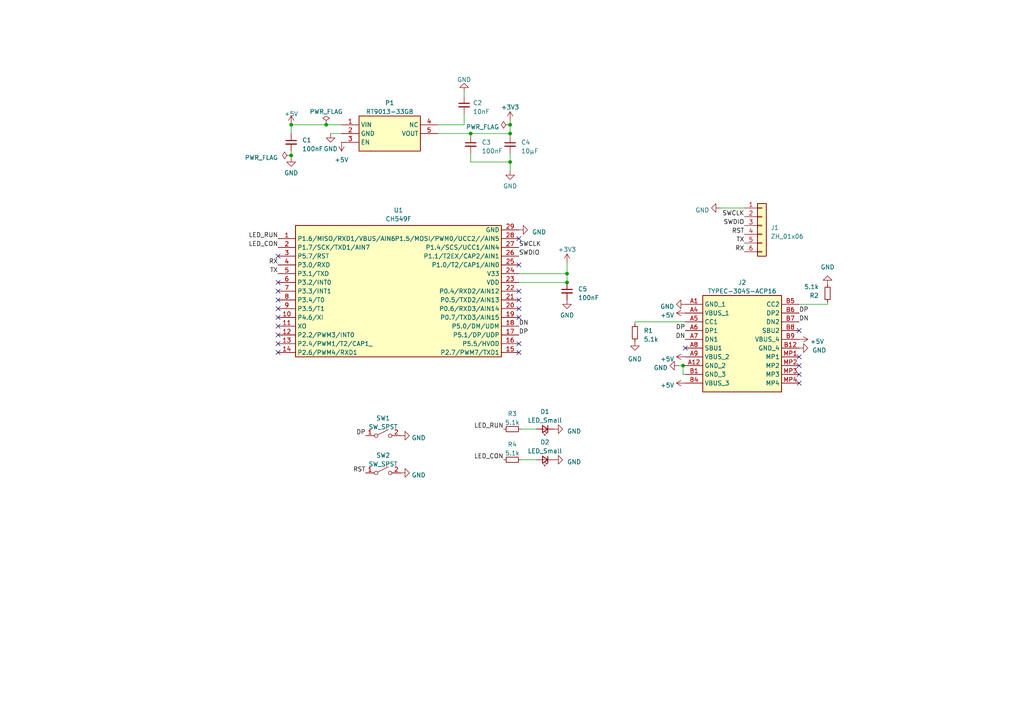
<source format=kicad_sch>
(kicad_sch (version 20230121) (generator eeschema)
  (paper "A4")
  (lib_symbols
    (symbol "Connector_Generic:Conn_01x06" (pin_names (offset 1.016) hide)
      (property "Reference" "J" (at 0 7.62 0))
      (property "Value" "Conn_01x06" (at 0 -10.16 0))
      (symbol "Conn_01x06_1_1"
        (rectangle (start -1.27 -7.493) (end 0 -7.747) (stroke (width 0.1524)))
        (rectangle (start -1.27 -4.953) (end 0 -5.207) (stroke (width 0.1524)))
        (rectangle (start -1.27 -2.413) (end 0 -2.667) (stroke (width 0.1524)))
        (rectangle (start -1.27 0.127) (end 0 -0.127) (stroke (width 0.1524)))
        (rectangle (start -1.27 2.667) (end 0 2.413) (stroke (width 0.1524)))
        (rectangle (start -1.27 5.207) (end 0 4.953) (stroke (width 0.1524)))
        (rectangle (start -1.27 6.35) (end 1.27 -8.89) (stroke (width 0.254)) (fill (type background)))
        (pin passive line (at -5.08 5.08 0) (length 3.81) (name "Pin_1") (number "1"))
        (pin passive line (at -5.08 2.54 0) (length 3.81) (name "Pin_2") (number "2"))
        (pin passive line (at -5.08 0 0) (length 3.81) (name "Pin_3") (number "3"))
        (pin passive line (at -5.08 -2.54 0) (length 3.81) (name "Pin_4") (number "4"))
        (pin passive line (at -5.08 -5.08 0) (length 3.81) (name "Pin_5") (number "5"))
        (pin passive line (at -5.08 -7.62 0) (length 3.81) (name "Pin_6") (number "6"))
      )
    )
    (symbol "Device:C_Small" (pin_numbers hide) (pin_names (offset 0.254) hide)
      (property "Reference" "C" (at 0.254 1.778 0))
      (property "Value" "C_Small" (at 0.254 -2.032 0))
      (symbol "C_Small_0_1"
        (polyline (pts (xy -1.524 -0.508) (xy 1.524 -0.508)) (stroke (width 0.3302)))
        (polyline (pts (xy -1.524 0.508) (xy 1.524 0.508)) (stroke (width 0.3048)))
      )
      (symbol "C_Small_1_1"
        (pin passive line (at 0 2.54 270) (length 2.032) (name "~") (number "1"))
        (pin passive line (at 0 -2.54 90) (length 2.032) (name "~") (number "2"))
      )
    )
    (symbol "Device:LED_Small" (pin_numbers hide) (pin_names (offset 0.254) hide)
      (property "Reference" "D" (at -1.27 3.175 0))
      (property "Value" "LED_Small" (at -4.445 -2.54 0))
      (symbol "LED_Small_0_1"
        (polyline (pts (xy -0.762 -1.016) (xy -0.762 1.016)) (stroke (width 0.254)))
        (polyline (pts (xy 1.016 0) (xy -0.762 0)))
        (polyline (pts (xy 0.762 -1.016) (xy -0.762 0) (xy 0.762 1.016) (xy 0.762 -1.016)) (stroke (width 0.254)))
        (polyline (pts (xy 0 0.762) (xy -0.508 1.27) (xy -0.254 1.27) (xy -0.508 1.27) (xy -0.508 1.016)))
        (polyline (pts (xy 0.508 1.27) (xy 0 1.778) (xy 0.254 1.778) (xy 0 1.778) (xy 0 1.524)))
      )
      (symbol "LED_Small_1_1"
        (pin passive line (at -2.54 0 0) (length 1.778) (name "K") (number "1"))
        (pin passive line (at 2.54 0 180) (length 1.778) (name "A") (number "2"))
      )
    )
    (symbol "Device:R_Small" (pin_numbers hide) (pin_names (offset 0.254) hide)
      (property "Reference" "R" (at 0.762 0.508 0))
      (property "Value" "R_Small" (at 0.762 -1.016 0))
      (symbol "R_Small_0_1"
        (rectangle (start -0.762 1.778) (end 0.762 -1.778) (stroke (width 0.2032)))
      )
      (symbol "R_Small_1_1"
        (pin passive line (at 0 2.54 270) (length 0.762) (name "~") (number "1"))
        (pin passive line (at 0 -2.54 90) (length 0.762) (name "~") (number "2"))
      )
    )
    (symbol "Switch:SW_SPST" (pin_names (offset 0) hide)
      (property "Reference" "SW" (at 0 3.175 0))
      (property "Value" "SW_SPST" (at 0 -2.54 0))
      (symbol "SW_SPST_0_0"
        (circle (center -2.032 0) (radius 0.508))
        (polyline (pts (xy -1.524 0.254) (xy 1.524 1.778)))
        (circle (center 2.032 0) (radius 0.508))
      )
      (symbol "SW_SPST_1_1"
        (pin passive line (at -5.08 0 0) (length 2.54) (name "A") (number "1"))
        (pin passive line (at 5.08 0 180) (length 2.54) (name "B") (number "2"))
      )
    )
    (symbol "Tenire:CH549F"
      (property "Reference" "U" (at 27.94 43.18 0))
      (property "Value" "CH549F" (at 27.94 40.64 0))
      (symbol "CH549F_1_1"
        (rectangle (start 0 39.37) (end 59.69 1.27) (stroke (width 0.254)) (fill (type background)))
        (pin passive line (at -5.08 35.56 0) (length 5.08) (name "P1.6/MISO/RXD1/VBUS/AIN6") (number "1"))
        (pin passive line (at -5.08 12.7 0) (length 5.08) (name "P4.6/XI") (number "10"))
        (pin passive line (at -5.08 10.16 0) (length 5.08) (name "XO") (number "11"))
        (pin passive line (at -5.08 7.62 0) (length 5.08) (name "P2.2/PWM3/INT0") (number "12"))
        (pin passive line (at -5.08 5.08 0) (length 5.08) (name "P2.4/PWM1/T2/CAP1_") (number "13"))
        (pin passive line (at -5.08 2.54 0) (length 5.08) (name "P2.6/PWM4/RXD1") (number "14"))
        (pin passive line (at 64.77 2.54 180) (length 5.08) (name "P2.7/PWM7/TXD1") (number "15"))
        (pin passive line (at 64.77 5.08 180) (length 5.08) (name "P5.5/HVOD") (number "16"))
        (pin passive line (at 64.77 7.62 180) (length 5.08) (name "P5.1/DP/UDP") (number "17"))
        (pin passive line (at 64.77 10.16 180) (length 5.08) (name "P5.0/DM/UDM") (number "18"))
        (pin passive line (at 64.77 12.7 180) (length 5.08) (name "P0.7/TXD3/AIN15") (number "19"))
        (pin passive line (at -5.08 33.02 0) (length 5.08) (name "P1.7/SCK/TXD1/AIN7") (number "2"))
        (pin passive line (at 64.77 15.24 180) (length 5.08) (name "P0.6/RXD3/AIN14") (number "20"))
        (pin passive line (at 64.77 17.78 180) (length 5.08) (name "P0.5/TXD2/AIN13") (number "21"))
        (pin passive line (at 64.77 20.32 180) (length 5.08) (name "P0.4/RXD2/AIN12") (number "22"))
        (pin passive line (at 64.77 22.86 180) (length 5.08) (name "VDD") (number "23"))
        (pin passive line (at 64.77 25.4 180) (length 5.08) (name "V33") (number "24"))
        (pin passive line (at 64.77 27.94 180) (length 5.08) (name "P1.0/T2/CAP1/AIN0") (number "25"))
        (pin passive line (at 64.77 30.48 180) (length 5.08) (name "P1.1/T2EX/CAP2/AIN1") (number "26"))
        (pin passive line (at 64.77 33.02 180) (length 5.08) (name "P1.4/SCS/UCC1/AIN4") (number "27"))
        (pin passive line (at 64.77 35.56 180) (length 5.08) (name "P1.5/MOSI/PWM0/UCC2//AIN5") (number "28"))
        (pin passive line (at 64.77 38.1 180) (length 5.08) (name "GND") (number "29"))
        (pin passive line (at -5.08 30.48 0) (length 5.08) (name "P5.7/RST") (number "3"))
        (pin passive line (at -5.08 27.94 0) (length 5.08) (name "P3.0/RXD") (number "4"))
        (pin passive line (at -5.08 25.4 0) (length 5.08) (name "P3.1/TXD") (number "5"))
        (pin passive line (at -5.08 22.86 0) (length 5.08) (name "P3.2/INT0") (number "6"))
        (pin passive line (at -5.08 20.32 0) (length 5.08) (name "P3.3/INT1") (number "7"))
        (pin passive line (at -5.08 17.78 0) (length 5.08) (name "P3.4/T0") (number "8"))
        (pin passive line (at -5.08 15.24 0) (length 5.08) (name "P3.5/T1") (number "9"))
      )
    )
    (symbol "Tenire:RT9013-33GB"
      (property "Reference" "P" (at 24.13 7.62 0))
      (property "Value" "RT9013-33GB" (at 24.13 5.08 0))
      (symbol "RT9013-33GB_1_1"
        (rectangle (start 5.08 2.54) (end 22.86 -7.62) (stroke (width 0.254)) (fill (type background)))
        (pin passive line (at 0 0 0) (length 5.08) (name "VIN") (number "1"))
        (pin passive line (at 0 -2.54 0) (length 5.08) (name "GND") (number "2"))
        (pin passive line (at 0 -5.08 0) (length 5.08) (name "EN") (number "3"))
        (pin bidirectional line (at 27.94 0 180) (length 5.08) (name "NC") (number "4"))
        (pin passive line (at 27.94 -2.54 180) (length 5.08) (name "VOUT") (number "5"))
      )
    )
    (symbol "Tenire:TYPEC-304S-ACP16"
      (property "Reference" "J" (at 29.21 7.62 0))
      (property "Value" "TYPEC-304S-ACP16" (at 29.21 5.08 0))
      (symbol "TYPEC-304S-ACP16_1_1"
        (rectangle (start 5.08 2.54) (end 27.94 -25.4) (stroke (width 0.254)) (fill (type background)))
        (pin passive line (at 0 0 0) (length 5.08) (name "GND_1") (number "A1"))
        (pin passive line (at 0 -17.78 0) (length 5.08) (name "GND_2") (number "A12"))
        (pin passive line (at 0 -2.54 0) (length 5.08) (name "VBUS_1") (number "A4"))
        (pin passive line (at 0 -5.08 0) (length 5.08) (name "CC1") (number "A5"))
        (pin passive line (at 0 -7.62 0) (length 5.08) (name "DP1") (number "A6"))
        (pin passive line (at 0 -10.16 0) (length 5.08) (name "DN1") (number "A7"))
        (pin passive line (at 0 -12.7 0) (length 5.08) (name "SBU1") (number "A8"))
        (pin passive line (at 0 -15.24 0) (length 5.08) (name "VBUS_2") (number "A9"))
        (pin passive line (at 0 -20.32 0) (length 5.08) (name "GND_3") (number "B1"))
        (pin passive line (at 33.02 -12.7 180) (length 5.08) (name "GND_4") (number "B12"))
        (pin passive line (at 0 -22.86 0) (length 5.08) (name "VBUS_3") (number "B4"))
        (pin passive line (at 33.02 0 180) (length 5.08) (name "CC2") (number "B5"))
        (pin passive line (at 33.02 -2.54 180) (length 5.08) (name "DP2") (number "B6"))
        (pin passive line (at 33.02 -5.08 180) (length 5.08) (name "DN2") (number "B7"))
        (pin passive line (at 33.02 -7.62 180) (length 5.08) (name "SBU2") (number "B8"))
        (pin passive line (at 33.02 -10.16 180) (length 5.08) (name "VBUS_4") (number "B9"))
        (pin passive line (at 33.02 -15.24 180) (length 5.08) (name "MP1") (number "MP1"))
        (pin passive line (at 33.02 -17.78 180) (length 5.08) (name "MP2") (number "MP2"))
        (pin passive line (at 33.02 -20.32 180) (length 5.08) (name "MP3") (number "MP3"))
        (pin passive line (at 33.02 -22.86 180) (length 5.08) (name "MP4") (number "MP4"))
      )
    )
    (symbol "power:+3V3" (power) (pin_names (offset 0))
      (property "Value" "+3V3" (at 0 3.556 0))
      (symbol "+3V3_0_1"
        (polyline (pts (xy -0.762 1.27) (xy 0 2.54)))
        (polyline (pts (xy 0 0) (xy 0 2.54)))
        (polyline (pts (xy 0 2.54) (xy 0.762 1.27)))
      )
      (symbol "+3V3_1_1"
        (pin power_in line (at 0 0 90) (length 0) hide (name "+3V3") (number "1"))
      )
    )
    (symbol "power:+5V" (power) (pin_names (offset 0))
      (property "Value" "+5V" (at 0 3.556 0))
      (symbol "+5V_0_1"
        (polyline (pts (xy -0.762 1.27) (xy 0 2.54)))
        (polyline (pts (xy 0 0) (xy 0 2.54)))
        (polyline (pts (xy 0 2.54) (xy 0.762 1.27)))
      )
      (symbol "+5V_1_1"
        (pin power_in line (at 0 0 90) (length 0) hide (name "+5V") (number "1"))
      )
    )
    (symbol "power:GND" (power) (pin_names (offset 0))
      (property "Value" "GND" (at 0 -3.81 0))
      (symbol "GND_0_1"
        (polyline (pts (xy 0 0) (xy 0 -1.27) (xy 1.27 -1.27) (xy 0 -2.54) (xy -1.27 -1.27) (xy 0 -1.27)))
      )
      (symbol "GND_1_1"
        (pin power_in line (at 0 0 270) (length 0) hide (name "GND") (number "1"))
      )
    )
    (symbol "power:PWR_FLAG" (power) (pin_numbers hide) (pin_names (offset 0) hide)
      (property "Value" "PWR_FLAG" (at 0 3.81 0))
      (symbol "PWR_FLAG_0_0"
        (pin power_out line (at 0 0 90) (length 0) (name "pwr") (number "1"))
      )
      (symbol "PWR_FLAG_0_1"
        (polyline (pts (xy 0 0) (xy 0 1.27) (xy -1.016 1.905) (xy 0 2.54) (xy 1.016 1.905) (xy 0 1.27)))
      )
    )
  )
  (junction (at 164.465 79.375))
  (junction (at 84.455 36.195))
  (junction (at 147.955 38.735))
  (junction (at 84.455 45.085))
  (junction (at 198.12 106.045))
  (junction (at 164.465 81.915))
  (junction (at 136.525 38.735))
  (junction (at 147.955 36.195))
  (junction (at 94.615 36.195))
  (junction (at 147.955 46.99))
  (no_connect (at 150.495 89.535))
  (no_connect (at 231.775 103.505))
  (no_connect (at 80.645 74.295))
  (no_connect (at 231.775 111.125))
  (no_connect (at 80.645 94.615))
  (no_connect (at 80.645 97.155))
  (no_connect (at 150.495 102.235))
  (no_connect (at 231.775 95.885))
  (no_connect (at 198.755 100.965))
  (no_connect (at 150.495 84.455))
  (no_connect (at 231.775 108.585))
  (no_connect (at 80.645 102.235))
  (no_connect (at 150.495 99.695))
  (no_connect (at 150.495 86.995))
  (no_connect (at 80.645 81.915))
  (no_connect (at 150.495 69.215))
  (no_connect (at 150.495 76.835))
  (no_connect (at 80.645 86.995))
  (no_connect (at 231.775 106.045))
  (no_connect (at 80.645 84.455))
  (no_connect (at 80.645 99.695))
  (no_connect (at 150.495 92.075))
  (no_connect (at 80.645 92.075))
  (no_connect (at 80.645 89.535))
  (wire (pts (xy 136.525 39.37) (xy 136.525 38.735)))
  (wire (pts (xy 95.885 38.735) (xy 99.06 38.735)))
  (wire (pts (xy 147.955 46.99) (xy 147.955 49.53)))
  (wire (pts (xy 147.955 39.37) (xy 147.955 38.735)))
  (wire (pts (xy 196.85 106.045) (xy 198.12 106.045)))
  (wire (pts (xy 147.955 34.925) (xy 147.955 36.195)))
  (wire (pts (xy 136.525 44.45) (xy 136.525 46.99)))
  (wire (pts (xy 231.775 88.265) (xy 240.03 88.265)))
  (wire (pts (xy 150.495 79.375) (xy 164.465 79.375)))
  (wire (pts (xy 198.12 108.585) (xy 198.12 106.045)))
  (wire (pts (xy 151.13 124.46) (xy 155.575 124.46)))
  (wire (pts (xy 84.455 45.085) (xy 84.455 43.815)))
  (wire (pts (xy 84.455 45.72) (xy 84.455 45.085)))
  (wire (pts (xy 151.13 133.35) (xy 155.575 133.35)))
  (wire (pts (xy 94.615 36.195) (xy 99.06 36.195)))
  (wire (pts (xy 134.62 36.195) (xy 134.62 33.02)))
  (wire (pts (xy 198.755 108.585) (xy 198.12 108.585)))
  (wire (pts (xy 136.525 46.99) (xy 147.955 46.99)))
  (wire (pts (xy 184.15 93.345) (xy 184.15 93.98)))
  (wire (pts (xy 134.62 26.67) (xy 134.62 27.94)))
  (wire (pts (xy 84.455 36.195) (xy 84.455 38.735)))
  (wire (pts (xy 150.495 81.915) (xy 164.465 81.915)))
  (wire (pts (xy 84.455 36.195) (xy 94.615 36.195)))
  (wire (pts (xy 127 38.735) (xy 136.525 38.735)))
  (wire (pts (xy 164.465 79.375) (xy 164.465 76.2)))
  (wire (pts (xy 198.755 93.345) (xy 184.15 93.345)))
  (wire (pts (xy 240.03 88.265) (xy 240.03 87.63)))
  (wire (pts (xy 164.465 79.375) (xy 164.465 81.915)))
  (wire (pts (xy 127 36.195) (xy 134.62 36.195)))
  (wire (pts (xy 136.525 38.735) (xy 147.955 38.735)))
  (wire (pts (xy 198.12 106.045) (xy 198.755 106.045)))
  (wire (pts (xy 147.955 36.195) (xy 147.955 38.735)))
  (wire (pts (xy 147.955 44.45) (xy 147.955 46.99)))
  (wire (pts (xy 208.915 60.325) (xy 215.9 60.325)))
  (label "DN" (at 231.775 93.345 0))
  (label "SWCLK" (at 150.495 71.755 0))
  (label "TX" (at 215.9 70.485 180))
  (label "LED_CON" (at 80.645 71.755 180))
  (label "RST" (at 106.045 137.16 180))
  (label "DP" (at 231.775 90.805 0))
  (label "RX" (at 80.645 76.835 180))
  (label "DN" (at 150.495 94.615 0))
  (label "DP" (at 150.495 97.155 0))
  (label "SWCLK" (at 215.9 62.865 180))
  (label "LED_RUN" (at 80.645 69.215 180))
  (label "RST" (at 215.9 67.945 180))
  (label "SWDIO" (at 215.9 65.405 180))
  (label "SWDIO" (at 150.495 74.295 0))
  (label "TX" (at 80.645 79.375 180))
  (label "LED_RUN" (at 146.05 124.46 180))
  (label "RX" (at 215.9 73.025 180))
  (label "DP" (at 106.045 126.365 180))
  (label "DP" (at 198.755 95.885 180))
  (label "DN" (at 198.755 98.425 180))
  (label "LED_CON" (at 146.05 133.35 180))
  (symbol (lib_id "power:GND") (at 134.62 26.67 180) (unit 1)
    (property "Reference" "#PWR06" (effects hide))
    (property "Value" "GND" (at 134.62 23.114 0))
  )
  (symbol (lib_id "power:+5V") (at 198.755 111.125 90) (unit 1)
    (property "Reference" "#PWR014" (effects hide))
    (property "Value" "+5V" (at 195.58 111.76 90) (effects (justify left)))
  )
  (symbol (lib_id "power:+5V") (at 84.455 36.195 0) (unit 1)
    (property "Reference" "#PWR02" (effects hide))
    (property "Value" "+5V" (at 84.455 33.02 0))
  )
  (symbol (lib_id "power:GND") (at 95.885 38.735 0) (unit 1)
    (property "Reference" "#PWR04" (effects hide))
    (property "Value" "GND" (at 95.885 43.18 0))
  )
  (symbol (lib_id "Device:R_Small") (at 148.59 133.35 90) (unit 1)
    (property "Reference" "R4" (at 148.59 128.905 90))
    (property "Value" "5.1k" (at 148.59 131.445 90))
    (property "Footprint" "Resistor_SMD:R_0603_1608Metric_Pad0.98x0.95mm_HandSolder" (effects hide))
  )
  (symbol (lib_id "Tenire:CH549F") (at 85.725 104.775 0) (unit 1)
    (property "Reference" "U1" (at 115.57 60.96 0))
    (property "Value" "CH549F" (at 115.57 63.5 0))
    (property "Footprint" "Package_DFN_QFN:QFN-28-1EP_4x4mm_P0.4mm_EP2.4x2.4mm" (effects hide))
  )
  (symbol (lib_id "Device:C_Small") (at 134.62 30.48 0) (unit 1)
    (property "Reference" "C2" (at 137.16 29.8513 0) (effects (justify left)))
    (property "Value" "10nF" (at 137.16 32.3913 0) (effects (justify left)))
    (property "Footprint" "Capacitor_SMD:C_0603_1608Metric_Pad1.08x0.95mm_HandSolder" (effects hide))
  )
  (symbol (lib_id "power:+3V3") (at 147.955 34.925 0) (unit 1)
    (property "Reference" "#PWR07" (effects hide))
    (property "Value" "+3V3" (at 147.955 31.115 0))
  )
  (symbol (lib_id "Connector_Generic:Conn_01x06") (at 220.98 65.405 0) (unit 1)
    (property "Reference" "J1" (at 223.52 66.04 0) (effects (justify left)))
    (property "Value" "ZH_01x06" (at 223.52 68.58 0) (effects (justify left)))
    (property "Footprint" "Connector_JST:JST_ZE_SM06B-ZESS-TB_1x06-1MP_P1.50mm_Horizontal" (effects hide))
  )
  (symbol (lib_id "power:+5V") (at 198.755 103.505 90) (unit 1)
    (property "Reference" "#PWR013" (effects hide))
    (property "Value" "+5V" (at 195.58 104.14 90) (effects (justify left)))
  )
  (symbol (lib_id "power:GND") (at 160.655 133.35 90) (unit 1)
    (property "Reference" "#PWR024" (effects hide))
    (property "Value" "GND" (at 164.465 133.985 90) (effects (justify right)))
  )
  (symbol (lib_id "power:GND") (at 198.755 88.265 270) (unit 1)
    (property "Reference" "#PWR09" (effects hide))
    (property "Value" "GND" (at 195.58 88.9 90) (effects (justify right)))
  )
  (symbol (lib_id "Device:R_Small") (at 184.15 96.52 0) (unit 1)
    (property "Reference" "R1" (at 186.69 95.885 0) (effects (justify left)))
    (property "Value" "5.1k" (at 186.69 98.425 0) (effects (justify left)))
    (property "Footprint" "Resistor_SMD:R_0603_1608Metric_Pad0.98x0.95mm_HandSolder" (effects hide))
  )
  (symbol (lib_id "power:PWR_FLAG") (at 94.615 36.195 0) (unit 1)
    (property "Reference" "#FLG02" (effects hide))
    (property "Value" "PWR_FLAG" (at 94.615 32.385 0))
  )
  (symbol (lib_id "power:GND") (at 160.655 124.46 90) (unit 1)
    (property "Reference" "#PWR023" (effects hide))
    (property "Value" "GND" (at 164.465 125.095 90) (effects (justify right)))
  )
  (symbol (lib_id "Device:C_Small") (at 147.955 41.91 0) (unit 1)
    (property "Reference" "C4" (at 151.13 41.2813 0) (effects (justify left)))
    (property "Value" "10μF" (at 151.13 43.8213 0) (effects (justify left)))
    (property "Footprint" "Capacitor_SMD:C_0603_1608Metric_Pad1.08x0.95mm_HandSolder" (effects hide))
  )
  (symbol (lib_id "Device:LED_Small") (at 158.115 124.46 180) (unit 1)
    (property "Reference" "D1" (at 158.0515 119.38 0))
    (property "Value" "LED_Small" (at 158.0515 121.92 0))
    (property "Footprint" "LED_SMD:LED_0603_1608Metric_Pad1.05x0.95mm_HandSolder" (effects hide))
  )
  (symbol (lib_id "Switch:SW_SPST") (at 111.125 137.16 0) (unit 1)
    (property "Reference" "SW2" (at 111.125 132.08 0))
    (property "Value" "SW_SPST" (at 111.125 134.62 0))
    (property "Footprint" "Tenire:Button_Turtle_3x4x2_180" (effects hide))
  )
  (symbol (lib_id "Device:C_Small") (at 84.455 41.275 0) (unit 1)
    (property "Reference" "C1" (at 87.63 40.6463 0) (effects (justify left)))
    (property "Value" "100nF" (at 87.63 43.1863 0) (effects (justify left)))
    (property "Footprint" "Capacitor_SMD:C_0603_1608Metric_Pad1.08x0.95mm_HandSolder" (effects hide))
  )
  (symbol (lib_id "Device:R_Small") (at 148.59 124.46 90) (unit 1)
    (property "Reference" "R3" (at 148.59 120.015 90))
    (property "Value" "5.1k" (at 148.59 122.555 90))
    (property "Footprint" "Resistor_SMD:R_0603_1608Metric_Pad0.98x0.95mm_HandSolder" (effects hide))
  )
  (symbol (lib_id "power:GND") (at 208.915 60.325 270) (unit 1)
    (property "Reference" "#PWR018" (effects hide))
    (property "Value" "GND" (at 205.74 60.96 90) (effects (justify right)))
  )
  (symbol (lib_id "power:GND") (at 84.455 45.72 0) (unit 1)
    (property "Reference" "#PWR03" (effects hide))
    (property "Value" "GND" (at 84.455 50.165 0))
  )
  (symbol (lib_id "Tenire:RT9013-33GB") (at 99.06 36.195 0) (unit 1)
    (property "Reference" "P1" (at 113.03 29.845 0))
    (property "Value" "RT9013-33GB" (at 113.03 32.385 0))
    (property "Footprint" "Package_TO_SOT_SMD:SOT-23-5_HandSoldering" (effects hide))
    (property "Datasheet" "https://www.richtek.com/assets/product_file/RT9013/DS9013-10.pdf" (effects hide))
    (property "Height" "1.295" (effects hide))
    (property "Manufacturer_Name" "RICHTEK" (effects hide))
    (property "Manufacturer_Part_Number" "RT9013-33GB" (effects hide))
  )
  (symbol (lib_id "Device:C_Small") (at 136.525 41.91 0) (unit 1)
    (property "Reference" "C3" (at 139.7 41.2813 0) (effects (justify left)))
    (property "Value" "100nF" (at 139.7 43.8213 0) (effects (justify left)))
    (property "Footprint" "Capacitor_SMD:C_0603_1608Metric_Pad1.08x0.95mm_HandSolder" (effects hide))
  )
  (symbol (lib_id "power:GND") (at 196.85 106.045 270) (unit 1)
    (property "Reference" "#PWR010" (effects hide))
    (property "Value" "GND" (at 193.675 106.68 90) (effects (justify right)))
  )
  (symbol (lib_id "power:GND") (at 184.15 99.06 0) (unit 1)
    (property "Reference" "#PWR016" (effects hide))
    (property "Value" "GND" (at 184.15 104.14 0))
  )
  (symbol (lib_id "power:GND") (at 240.03 82.55 180) (unit 1)
    (property "Reference" "#PWR017" (effects hide))
    (property "Value" "GND" (at 240.03 77.47 0))
  )
  (symbol (lib_id "power:GND") (at 231.775 100.965 90) (unit 1)
    (property "Reference" "#PWR011" (effects hide))
    (property "Value" "GND" (at 235.585 101.6 90) (effects (justify right)))
  )
  (symbol (lib_id "power:+5V") (at 231.775 98.425 270) (unit 1)
    (property "Reference" "#PWR015" (effects hide))
    (property "Value" "+5V" (at 234.95 99.06 90) (effects (justify left)))
  )
  (symbol (lib_id "power:GND") (at 116.205 137.16 90) (unit 1)
    (property "Reference" "#PWR019" (effects hide))
    (property "Value" "GND" (at 119.38 137.795 90) (effects (justify right)))
  )
  (symbol (lib_id "Device:R_Small") (at 240.03 85.09 180) (unit 1)
    (property "Reference" "R2" (at 237.49 85.725 0) (effects (justify left)))
    (property "Value" "5.1k" (at 237.49 83.185 0) (effects (justify left)))
    (property "Footprint" "Resistor_SMD:R_0603_1608Metric_Pad0.98x0.95mm_HandSolder" (effects hide))
  )
  (symbol (lib_id "power:GND") (at 147.955 49.53 0) (unit 1)
    (property "Reference" "#PWR08" (effects hide))
    (property "Value" "GND" (at 147.955 53.975 0))
  )
  (symbol (lib_id "power:+3V3") (at 164.465 76.2 0) (unit 1)
    (property "Reference" "#PWR020" (effects hide))
    (property "Value" "+3V3" (at 164.465 72.39 0))
  )
  (symbol (lib_id "power:GND") (at 164.465 86.995 0) (unit 1)
    (property "Reference" "#PWR021" (effects hide))
    (property "Value" "GND" (at 164.465 91.44 0))
  )
  (symbol (lib_id "power:GND") (at 150.495 66.675 90) (unit 1)
    (property "Reference" "#PWR022" (effects hide))
    (property "Value" "GND" (at 154.305 67.31 90) (effects (justify right)))
  )
  (symbol (lib_id "power:PWR_FLAG") (at 84.455 45.085 90) (unit 1)
    (property "Reference" "#FLG03" (effects hide))
    (property "Value" "PWR_FLAG" (at 80.645 45.72 90) (effects (justify left)))
  )
  (symbol (lib_id "power:+5V") (at 99.06 41.275 180) (unit 1)
    (property "Reference" "#PWR05" (effects hide))
    (property "Value" "+5V" (at 99.06 46.355 0))
  )
  (symbol (lib_id "power:+5V") (at 198.755 90.805 90) (unit 1)
    (property "Reference" "#PWR012" (effects hide))
    (property "Value" "+5V" (at 195.58 91.44 90) (effects (justify left)))
  )
  (symbol (lib_id "power:GND") (at 116.205 126.365 90) (unit 1)
    (property "Reference" "#PWR01" (effects hide))
    (property "Value" "GND" (at 119.38 127 90) (effects (justify right)))
  )
  (symbol (lib_id "power:PWR_FLAG") (at 147.955 36.195 90) (unit 1)
    (property "Reference" "#FLG01" (effects hide))
    (property "Value" "PWR_FLAG" (at 144.78 36.83 90) (effects (justify left)))
  )
  (symbol (lib_id "Device:LED_Small") (at 158.115 133.35 180) (unit 1)
    (property "Reference" "D2" (at 158.0515 128.27 0))
    (property "Value" "LED_Small" (at 158.0515 130.81 0))
    (property "Footprint" "LED_SMD:LED_0603_1608Metric_Pad1.05x0.95mm_HandSolder" (effects hide))
  )
  (symbol (lib_id "Device:C_Small") (at 164.465 84.455 0) (unit 1)
    (property "Reference" "C5" (at 167.64 83.8263 0) (effects (justify left)))
    (property "Value" "100nF" (at 167.64 86.3663 0) (effects (justify left)))
    (property "Footprint" "Capacitor_SMD:C_0603_1608Metric_Pad1.08x0.95mm_HandSolder" (effects hide))
  )
  (symbol (lib_id "Switch:SW_SPST") (at 111.125 126.365 0) (unit 1)
    (property "Reference" "SW1" (at 111.125 121.285 0))
    (property "Value" "SW_SPST" (at 111.125 123.825 0))
    (property "Footprint" "Tenire:Button_Turtle_3x4x2_180" (effects hide))
  )
  (symbol (lib_id "Tenire:TYPEC-304S-ACP16") (at 198.755 88.265 0) (unit 1)
    (property "Reference" "J2" (at 215.265 81.915 0))
    (property "Value" "TYPEC-304S-ACP16" (at 215.265 84.455 0))
    (property "Footprint" "Connector_USB:USB_C_Receptacle_GCT_USB4105-xx-A_16P_TopMnt_Horizontal" (effects hide))
    (property "Datasheet" "https://datasheet.lcsc.com/szlcsc/2008152133_XUNPU-TYPEC-304S-ACP16_C720630.pdf" (effects hide))
    (property "Height" "3.21" (effects hide))
    (property "Manufacturer_Name" "XUNPU" (effects hide))
    (property "Manufacturer_Part_Number" "TYPEC-304S-ACP16" (effects hide))
  )
)
</source>
